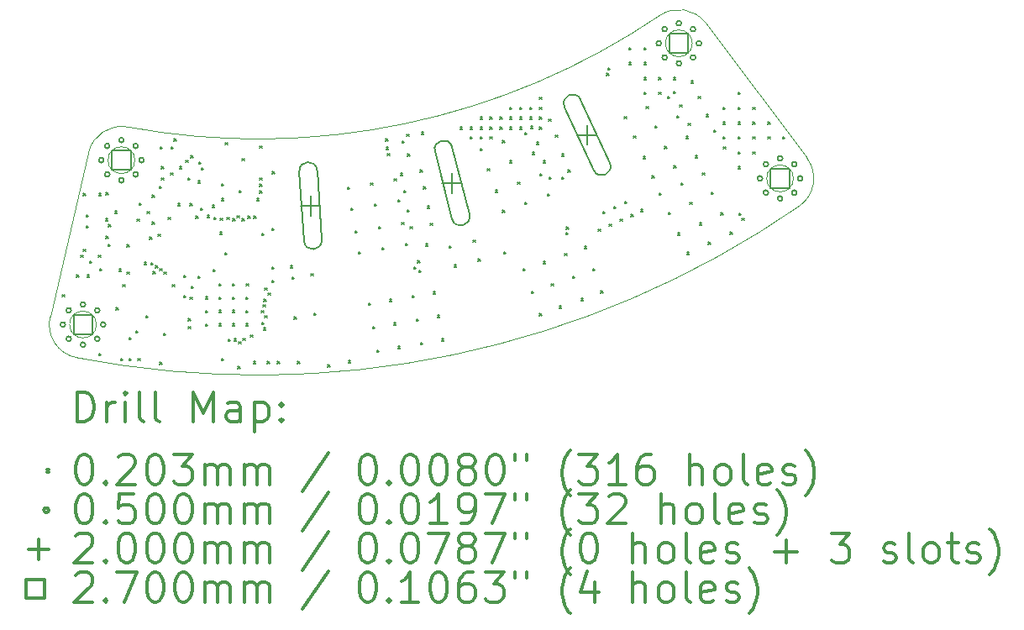
<source format=gbr>
%FSLAX45Y45*%
G04 Gerber Fmt 4.5, Leading zero omitted, Abs format (unit mm)*
G04 Created by KiCad (PCBNEW (5.1.10)-1) date 2022-10-21 14:01:52*
%MOMM*%
%LPD*%
G01*
G04 APERTURE LIST*
%TA.AperFunction,Profile*%
%ADD10C,0.100000*%
%TD*%
%ADD11C,0.200000*%
%ADD12C,0.300000*%
G04 APERTURE END LIST*
D10*
X14050847Y-5964456D02*
G75*
G02*
X8685717Y-7089200I-4050847J5964456D01*
G01*
X15534163Y-7403590D02*
X14513978Y-6041863D01*
X15534163Y-7403590D02*
G75*
G02*
X15455473Y-7887073I-272106J-203858D01*
G01*
X15455473Y-7887073D02*
G75*
G02*
X8171533Y-9414075I-5455473J7887073D01*
G01*
X8171533Y-9414075D02*
G75*
G02*
X7905287Y-9002904I64826J333763D01*
G01*
X8292668Y-7346095D02*
X7905287Y-9002904D01*
X8292668Y-7346095D02*
G75*
G02*
X8685717Y-7089200I331071J-77408D01*
G01*
X14050847Y-5964456D02*
G75*
G02*
X14513978Y-6041863I191025J-281264D01*
G01*
X14376871Y-6245721D02*
G75*
G03*
X14376871Y-6245721I-135000J0D01*
G01*
X15397057Y-7607448D02*
G75*
G03*
X15397057Y-7607448I-135000J0D01*
G01*
X8371358Y-9080312D02*
G75*
G03*
X8371358Y-9080312I-135000J0D01*
G01*
X8758739Y-7423504D02*
G75*
G03*
X8758739Y-7423504I-135000J0D01*
G01*
D11*
X8029840Y-8779840D02*
X8050160Y-8800160D01*
X8050160Y-8779840D02*
X8029840Y-8800160D01*
X8172340Y-8579840D02*
X8192660Y-8600160D01*
X8192660Y-8579840D02*
X8172340Y-8600160D01*
X8214840Y-8379840D02*
X8235160Y-8400160D01*
X8235160Y-8379840D02*
X8214840Y-8400160D01*
X8239840Y-7759840D02*
X8260160Y-7780160D01*
X8260160Y-7759840D02*
X8239840Y-7780160D01*
X8239840Y-8319840D02*
X8260160Y-8340160D01*
X8260160Y-8319840D02*
X8239840Y-8340160D01*
X8269840Y-7974840D02*
X8290160Y-7995160D01*
X8290160Y-7974840D02*
X8269840Y-7995160D01*
X8269840Y-8084840D02*
X8290160Y-8105160D01*
X8290160Y-8084840D02*
X8269840Y-8105160D01*
X8279840Y-8579840D02*
X8300160Y-8600160D01*
X8300160Y-8579840D02*
X8279840Y-8600160D01*
X8304840Y-8439840D02*
X8325160Y-8460160D01*
X8325160Y-8439840D02*
X8304840Y-8460160D01*
X8394840Y-8379840D02*
X8415160Y-8400160D01*
X8415160Y-8379840D02*
X8394840Y-8400160D01*
X8399840Y-7759840D02*
X8420160Y-7780160D01*
X8420160Y-7759840D02*
X8399840Y-7780160D01*
X8399840Y-9369840D02*
X8420160Y-9390160D01*
X8420160Y-9369840D02*
X8399840Y-9390160D01*
X8404840Y-8517340D02*
X8425160Y-8537660D01*
X8425160Y-8517340D02*
X8404840Y-8537660D01*
X8467340Y-8012340D02*
X8487660Y-8032660D01*
X8487660Y-8012340D02*
X8467340Y-8032660D01*
X8469840Y-7749840D02*
X8490160Y-7770160D01*
X8490160Y-7749840D02*
X8469840Y-7770160D01*
X8469840Y-8189840D02*
X8490160Y-8210160D01*
X8490160Y-8189840D02*
X8469840Y-8210160D01*
X8488590Y-8271090D02*
X8508910Y-8291410D01*
X8508910Y-8271090D02*
X8488590Y-8291410D01*
X8494840Y-8072340D02*
X8515160Y-8092660D01*
X8515160Y-8072340D02*
X8494840Y-8092660D01*
X8559840Y-7937340D02*
X8580160Y-7957660D01*
X8580160Y-7937340D02*
X8559840Y-7957660D01*
X8569840Y-8909840D02*
X8590160Y-8930160D01*
X8590160Y-8909840D02*
X8569840Y-8930160D01*
X8599840Y-8519840D02*
X8620160Y-8540160D01*
X8620160Y-8519840D02*
X8599840Y-8540160D01*
X8619840Y-9422340D02*
X8640160Y-9442660D01*
X8640160Y-9422340D02*
X8619840Y-9442660D01*
X8639840Y-8679840D02*
X8660160Y-8700160D01*
X8660160Y-8679840D02*
X8639840Y-8700160D01*
X8679840Y-8274840D02*
X8700160Y-8295160D01*
X8700160Y-8274840D02*
X8679840Y-8295160D01*
X8679840Y-8549840D02*
X8700160Y-8570160D01*
X8700160Y-8549840D02*
X8679840Y-8570160D01*
X8699840Y-9209840D02*
X8720160Y-9230160D01*
X8720160Y-9209840D02*
X8699840Y-9230160D01*
X8699840Y-9422340D02*
X8720160Y-9442660D01*
X8720160Y-9422340D02*
X8699840Y-9442660D01*
X8769840Y-9142340D02*
X8790160Y-9162660D01*
X8790160Y-9142340D02*
X8769840Y-9162660D01*
X8782340Y-8017340D02*
X8802660Y-8037660D01*
X8802660Y-8017340D02*
X8782340Y-8037660D01*
X8789840Y-9422340D02*
X8810160Y-9442660D01*
X8810160Y-9422340D02*
X8789840Y-9442660D01*
X8802340Y-7857340D02*
X8822660Y-7877660D01*
X8822660Y-7857340D02*
X8802340Y-7877660D01*
X8854840Y-8454840D02*
X8875160Y-8475160D01*
X8875160Y-8454840D02*
X8854840Y-8475160D01*
X8869840Y-8989840D02*
X8890160Y-9010160D01*
X8890160Y-8989840D02*
X8869840Y-9010160D01*
X8884840Y-7939840D02*
X8905160Y-7960160D01*
X8905160Y-7939840D02*
X8884840Y-7960160D01*
X8909840Y-8199840D02*
X8930160Y-8220160D01*
X8930160Y-8199840D02*
X8909840Y-8220160D01*
X8919840Y-8457340D02*
X8940160Y-8477660D01*
X8940160Y-8457340D02*
X8919840Y-8477660D01*
X8934840Y-7777340D02*
X8955160Y-7797660D01*
X8955160Y-7777340D02*
X8934840Y-7797660D01*
X8934840Y-8047340D02*
X8955160Y-8067660D01*
X8955160Y-8047340D02*
X8934840Y-8067660D01*
X8944840Y-8547340D02*
X8965160Y-8567660D01*
X8965160Y-8547340D02*
X8944840Y-8567660D01*
X8968046Y-8487675D02*
X8988366Y-8507995D01*
X8988366Y-8487675D02*
X8968046Y-8507995D01*
X8994840Y-8169840D02*
X9015160Y-8190160D01*
X9015160Y-8169840D02*
X8994840Y-8190160D01*
X9007340Y-7687340D02*
X9027660Y-7707660D01*
X9027660Y-7687340D02*
X9007340Y-7707660D01*
X9009840Y-9459840D02*
X9030160Y-9480160D01*
X9030160Y-9459840D02*
X9009840Y-9480160D01*
X9011600Y-8518685D02*
X9031920Y-8539005D01*
X9031920Y-8518685D02*
X9011600Y-8539005D01*
X9014840Y-7287340D02*
X9035160Y-7307660D01*
X9035160Y-7287340D02*
X9014840Y-7307660D01*
X9027340Y-7487340D02*
X9047660Y-7507660D01*
X9047660Y-7487340D02*
X9027340Y-7507660D01*
X9027340Y-7604840D02*
X9047660Y-7625160D01*
X9047660Y-7604840D02*
X9027340Y-7625160D01*
X9049840Y-9169840D02*
X9070160Y-9190160D01*
X9070160Y-9169840D02*
X9049840Y-9190160D01*
X9054378Y-8550549D02*
X9074698Y-8570869D01*
X9074698Y-8550549D02*
X9054378Y-8570869D01*
X9097340Y-8002340D02*
X9117660Y-8022660D01*
X9117660Y-8002340D02*
X9097340Y-8022660D01*
X9119840Y-7549840D02*
X9140160Y-7570160D01*
X9140160Y-7549840D02*
X9119840Y-7570160D01*
X9127340Y-7289840D02*
X9147660Y-7310160D01*
X9147660Y-7289840D02*
X9127340Y-7310160D01*
X9139840Y-8679840D02*
X9160160Y-8700160D01*
X9160160Y-8679840D02*
X9139840Y-8700160D01*
X9154840Y-7209840D02*
X9175160Y-7230160D01*
X9175160Y-7209840D02*
X9154840Y-7230160D01*
X9192340Y-7859840D02*
X9212660Y-7880160D01*
X9212660Y-7859840D02*
X9192340Y-7880160D01*
X9212340Y-7487340D02*
X9232660Y-7507660D01*
X9232660Y-7487340D02*
X9212340Y-7507660D01*
X9252340Y-8789840D02*
X9272660Y-8810160D01*
X9272660Y-8789840D02*
X9252340Y-8810160D01*
X9254840Y-8582340D02*
X9275160Y-8602660D01*
X9275160Y-8582340D02*
X9254840Y-8602660D01*
X9272340Y-7422340D02*
X9292660Y-7442660D01*
X9292660Y-7422340D02*
X9272340Y-7442660D01*
X9297340Y-7602340D02*
X9317660Y-7622660D01*
X9317660Y-7602340D02*
X9297340Y-7622660D01*
X9299840Y-9022340D02*
X9320160Y-9042660D01*
X9320160Y-9022340D02*
X9299840Y-9042660D01*
X9299840Y-9099840D02*
X9320160Y-9120160D01*
X9320160Y-9099840D02*
X9299840Y-9120160D01*
X9314840Y-7859840D02*
X9335160Y-7880160D01*
X9335160Y-7859840D02*
X9314840Y-7880160D01*
X9317340Y-8802340D02*
X9337660Y-8822660D01*
X9337660Y-8802340D02*
X9317340Y-8822660D01*
X9324840Y-7377340D02*
X9345160Y-7397660D01*
X9345160Y-7377340D02*
X9324840Y-7397660D01*
X9329250Y-8694840D02*
X9349570Y-8715160D01*
X9349570Y-8694840D02*
X9329250Y-8715160D01*
X9374840Y-7987340D02*
X9395160Y-8007660D01*
X9395160Y-7987340D02*
X9374840Y-8007660D01*
X9394840Y-7632340D02*
X9415160Y-7652660D01*
X9415160Y-7632340D02*
X9394840Y-7652660D01*
X9397340Y-8592340D02*
X9417660Y-8612660D01*
X9417660Y-8592340D02*
X9397340Y-8612660D01*
X9405944Y-7440944D02*
X9426264Y-7461264D01*
X9426264Y-7440944D02*
X9405944Y-7461264D01*
X9422340Y-7907340D02*
X9442660Y-7927660D01*
X9442660Y-7907340D02*
X9422340Y-7927660D01*
X9432340Y-7499840D02*
X9452660Y-7520160D01*
X9452660Y-7499840D02*
X9432340Y-7520160D01*
X9472340Y-8799840D02*
X9492660Y-8820160D01*
X9492660Y-8799840D02*
X9472340Y-8820160D01*
X9472340Y-8939840D02*
X9492660Y-8960160D01*
X9492660Y-8939840D02*
X9472340Y-8960160D01*
X9472340Y-9074840D02*
X9492660Y-9095160D01*
X9492660Y-9074840D02*
X9472340Y-9095160D01*
X9489378Y-7979377D02*
X9509698Y-7999697D01*
X9509698Y-7979377D02*
X9489378Y-7999697D01*
X9539840Y-7877340D02*
X9560160Y-7897660D01*
X9560160Y-7877340D02*
X9539840Y-7897660D01*
X9551089Y-8526089D02*
X9571409Y-8546409D01*
X9571409Y-8526089D02*
X9551089Y-8546409D01*
X9559840Y-8002340D02*
X9580160Y-8022660D01*
X9580160Y-8002340D02*
X9559840Y-8022660D01*
X9607340Y-8667340D02*
X9627660Y-8687660D01*
X9627660Y-8667340D02*
X9607340Y-8687660D01*
X9607340Y-8802340D02*
X9627660Y-8822660D01*
X9627660Y-8802340D02*
X9607340Y-8822660D01*
X9607340Y-8937340D02*
X9627660Y-8957660D01*
X9627660Y-8937340D02*
X9607340Y-8957660D01*
X9607340Y-9069840D02*
X9627660Y-9090160D01*
X9627660Y-9069840D02*
X9607340Y-9090160D01*
X9617340Y-8149840D02*
X9637660Y-8170160D01*
X9637660Y-8149840D02*
X9617340Y-8170160D01*
X9619840Y-8009840D02*
X9640160Y-8030160D01*
X9640160Y-8009840D02*
X9619840Y-8030160D01*
X9632340Y-7662340D02*
X9652660Y-7682660D01*
X9652660Y-7662340D02*
X9632340Y-7682660D01*
X9632340Y-7809840D02*
X9652660Y-7830160D01*
X9652660Y-7809840D02*
X9632340Y-7830160D01*
X9632340Y-9422340D02*
X9652660Y-9442660D01*
X9652660Y-9422340D02*
X9632340Y-9442660D01*
X9669840Y-8354840D02*
X9690160Y-8375160D01*
X9690160Y-8354840D02*
X9669840Y-8375160D01*
X9672340Y-7244840D02*
X9692660Y-7265160D01*
X9692660Y-7244840D02*
X9672340Y-7265160D01*
X9689840Y-7999840D02*
X9710160Y-8020160D01*
X9710160Y-7999840D02*
X9689840Y-8020160D01*
X9699840Y-9227340D02*
X9720160Y-9247660D01*
X9720160Y-9227340D02*
X9699840Y-9247660D01*
X9742340Y-8937340D02*
X9762660Y-8957660D01*
X9762660Y-8937340D02*
X9742340Y-8957660D01*
X9744840Y-8667340D02*
X9765160Y-8687660D01*
X9765160Y-8667340D02*
X9744840Y-8687660D01*
X9744840Y-8802340D02*
X9765160Y-8822660D01*
X9765160Y-8802340D02*
X9744840Y-8822660D01*
X9744840Y-9072340D02*
X9765160Y-9092660D01*
X9765160Y-9072340D02*
X9744840Y-9092660D01*
X9746380Y-8013583D02*
X9766700Y-8033903D01*
X9766700Y-8013583D02*
X9746380Y-8033903D01*
X9759180Y-9222340D02*
X9779500Y-9242660D01*
X9779500Y-9222340D02*
X9759180Y-9242660D01*
X9791230Y-7984707D02*
X9811550Y-8005027D01*
X9811550Y-7984707D02*
X9791230Y-8005027D01*
X9799840Y-9504840D02*
X9820160Y-9525160D01*
X9820160Y-9504840D02*
X9799840Y-9525160D01*
X9808181Y-9254840D02*
X9828501Y-9275160D01*
X9828501Y-9254840D02*
X9808181Y-9275160D01*
X9809840Y-7729840D02*
X9830160Y-7750160D01*
X9830160Y-7729840D02*
X9809840Y-7750160D01*
X9839840Y-7409840D02*
X9860160Y-7430160D01*
X9860160Y-7409840D02*
X9839840Y-7430160D01*
X9839840Y-8012340D02*
X9860160Y-8032660D01*
X9860160Y-8012340D02*
X9839840Y-8032660D01*
X9849840Y-9217340D02*
X9870160Y-9237660D01*
X9870160Y-9217340D02*
X9849840Y-9237660D01*
X9879840Y-8802340D02*
X9900160Y-8822660D01*
X9900160Y-8802340D02*
X9879840Y-8822660D01*
X9879840Y-8939840D02*
X9900160Y-8960160D01*
X9900160Y-8939840D02*
X9879840Y-8960160D01*
X9879840Y-9072340D02*
X9900160Y-9092660D01*
X9900160Y-9072340D02*
X9879840Y-9092660D01*
X9882340Y-8669840D02*
X9902660Y-8690160D01*
X9902660Y-8669840D02*
X9882340Y-8690160D01*
X9899840Y-7987340D02*
X9920160Y-8007660D01*
X9920160Y-7987340D02*
X9899840Y-8007660D01*
X9924840Y-9186476D02*
X9945160Y-9206796D01*
X9945160Y-9186476D02*
X9924840Y-9206796D01*
X9957340Y-9453180D02*
X9977660Y-9473500D01*
X9977660Y-9453180D02*
X9957340Y-9473500D01*
X9959840Y-7987340D02*
X9980160Y-8007660D01*
X9980160Y-7987340D02*
X9959840Y-8007660D01*
X9987340Y-7809840D02*
X10007660Y-7830160D01*
X10007660Y-7809840D02*
X9987340Y-7830160D01*
X10017340Y-7667340D02*
X10037660Y-7687660D01*
X10037660Y-7667340D02*
X10017340Y-7687660D01*
X10017340Y-7732340D02*
X10037660Y-7752660D01*
X10037660Y-7732340D02*
X10017340Y-7752660D01*
X10019840Y-7282340D02*
X10040160Y-7302660D01*
X10040160Y-7282340D02*
X10019840Y-7302660D01*
X10019840Y-7602340D02*
X10040160Y-7622660D01*
X10040160Y-7602340D02*
X10019840Y-7622660D01*
X10034840Y-8942340D02*
X10055160Y-8962660D01*
X10055160Y-8942340D02*
X10034840Y-8962660D01*
X10039840Y-8159840D02*
X10060160Y-8180160D01*
X10060160Y-8159840D02*
X10039840Y-8180160D01*
X10039840Y-9057340D02*
X10060160Y-9077660D01*
X10060160Y-9057340D02*
X10039840Y-9077660D01*
X10052340Y-8882340D02*
X10072660Y-8902660D01*
X10072660Y-8882340D02*
X10052340Y-8902660D01*
X10054840Y-9112340D02*
X10075160Y-9132660D01*
X10075160Y-9112340D02*
X10054840Y-9132660D01*
X10059840Y-8824840D02*
X10080160Y-8845160D01*
X10080160Y-8824840D02*
X10059840Y-8845160D01*
X10069840Y-8712340D02*
X10090160Y-8732660D01*
X10090160Y-8712340D02*
X10069840Y-8732660D01*
X10069840Y-8992340D02*
X10090160Y-9012660D01*
X10090160Y-8992340D02*
X10069840Y-9012660D01*
X10094840Y-9453180D02*
X10115160Y-9473500D01*
X10115160Y-9453180D02*
X10094840Y-9473500D01*
X10102340Y-8762340D02*
X10122660Y-8782660D01*
X10122660Y-8762340D02*
X10102340Y-8782660D01*
X10139840Y-8109840D02*
X10160160Y-8130160D01*
X10160160Y-8109840D02*
X10139840Y-8130160D01*
X10142340Y-8499840D02*
X10162660Y-8520160D01*
X10162660Y-8499840D02*
X10142340Y-8520160D01*
X10142340Y-8634840D02*
X10162660Y-8655160D01*
X10162660Y-8634840D02*
X10142340Y-8655160D01*
X10147340Y-7539840D02*
X10167660Y-7560160D01*
X10167660Y-7539840D02*
X10147340Y-7560160D01*
X10197340Y-9453180D02*
X10217660Y-9473500D01*
X10217660Y-9453180D02*
X10197340Y-9473500D01*
X10329840Y-8487340D02*
X10350160Y-8507660D01*
X10350160Y-8487340D02*
X10329840Y-8507660D01*
X10344840Y-8599840D02*
X10365160Y-8620160D01*
X10365160Y-8599840D02*
X10344840Y-8620160D01*
X10364840Y-9002340D02*
X10385160Y-9022660D01*
X10385160Y-9002340D02*
X10364840Y-9022660D01*
X10399840Y-9453180D02*
X10420160Y-9473500D01*
X10420160Y-9453180D02*
X10399840Y-9473500D01*
X10534840Y-8569840D02*
X10555160Y-8590160D01*
X10555160Y-8569840D02*
X10534840Y-8590160D01*
X10562340Y-8964840D02*
X10582660Y-8985160D01*
X10582660Y-8964840D02*
X10562340Y-8985160D01*
X10704840Y-9487340D02*
X10725160Y-9507660D01*
X10725160Y-9487340D02*
X10704840Y-9507660D01*
X10901106Y-7695661D02*
X10921426Y-7715981D01*
X10921426Y-7695661D02*
X10901106Y-7715981D01*
X10909840Y-9442340D02*
X10930160Y-9462660D01*
X10930160Y-9442340D02*
X10909840Y-9462660D01*
X10938441Y-7907394D02*
X10958761Y-7927714D01*
X10958761Y-7907394D02*
X10938441Y-7927714D01*
X10978380Y-8133900D02*
X10998700Y-8154220D01*
X10998700Y-8133900D02*
X10978380Y-8154220D01*
X11015714Y-8345634D02*
X11036034Y-8365954D01*
X11036034Y-8345634D02*
X11015714Y-8365954D01*
X11116202Y-8864651D02*
X11136522Y-8884971D01*
X11136522Y-8864651D02*
X11116202Y-8884971D01*
X11137460Y-7653985D02*
X11157780Y-7674305D01*
X11157780Y-7653985D02*
X11137460Y-7674305D01*
X11157877Y-9101005D02*
X11178197Y-9121325D01*
X11178197Y-9101005D02*
X11157877Y-9121325D01*
X11174795Y-7865719D02*
X11195114Y-7886039D01*
X11195114Y-7865719D02*
X11174795Y-7886039D01*
X11199553Y-9337358D02*
X11219873Y-9357678D01*
X11219873Y-9337358D02*
X11199553Y-9357678D01*
X11214734Y-8092225D02*
X11235054Y-8112545D01*
X11235054Y-8092225D02*
X11214734Y-8112545D01*
X11252068Y-8303958D02*
X11272388Y-8324278D01*
X11272388Y-8303958D02*
X11252068Y-8324278D01*
X11287340Y-7209840D02*
X11307660Y-7230160D01*
X11307660Y-7209840D02*
X11287340Y-7230160D01*
X11292340Y-7294840D02*
X11312660Y-7315160D01*
X11312660Y-7294840D02*
X11292340Y-7315160D01*
X11304928Y-7357981D02*
X11325248Y-7378301D01*
X11325248Y-7357981D02*
X11304928Y-7378301D01*
X11327935Y-8827316D02*
X11348255Y-8847636D01*
X11348255Y-8827316D02*
X11327935Y-8847636D01*
X11369611Y-9063670D02*
X11389931Y-9083990D01*
X11389931Y-9063670D02*
X11369611Y-9083990D01*
X11373814Y-7612310D02*
X11394134Y-7632630D01*
X11394134Y-7612310D02*
X11373814Y-7632630D01*
X11411148Y-7824043D02*
X11431468Y-7844363D01*
X11431468Y-7824043D02*
X11411148Y-7844363D01*
X11411286Y-9300024D02*
X11431606Y-9320344D01*
X11431606Y-9300024D02*
X11411286Y-9320344D01*
X11437340Y-7557340D02*
X11457660Y-7577660D01*
X11457660Y-7557340D02*
X11437340Y-7577660D01*
X11451087Y-8050549D02*
X11471407Y-8070869D01*
X11471407Y-8050549D02*
X11451087Y-8070869D01*
X11452340Y-7229840D02*
X11472660Y-7250160D01*
X11472660Y-7229840D02*
X11452340Y-7250160D01*
X11469840Y-7727340D02*
X11490160Y-7747660D01*
X11490160Y-7727340D02*
X11469840Y-7747660D01*
X11488422Y-8262283D02*
X11508742Y-8282603D01*
X11508742Y-8262283D02*
X11488422Y-8282603D01*
X11499840Y-7159840D02*
X11520160Y-7180160D01*
X11520160Y-7159840D02*
X11499840Y-7180160D01*
X11504840Y-7924840D02*
X11525160Y-7945160D01*
X11525160Y-7924840D02*
X11504840Y-7945160D01*
X11509840Y-7359840D02*
X11530160Y-7380160D01*
X11530160Y-7359840D02*
X11509840Y-7380160D01*
X11534840Y-8094840D02*
X11555160Y-8115160D01*
X11555160Y-8094840D02*
X11534840Y-8115160D01*
X11554441Y-8787377D02*
X11574761Y-8807697D01*
X11574761Y-8787377D02*
X11554441Y-8807697D01*
X11574840Y-8502340D02*
X11595160Y-8522660D01*
X11595160Y-8502340D02*
X11574840Y-8522660D01*
X11596116Y-9023731D02*
X11616436Y-9044051D01*
X11616436Y-9023731D02*
X11596116Y-9044051D01*
X11609840Y-8437340D02*
X11630160Y-8457660D01*
X11630160Y-8437340D02*
X11609840Y-8457660D01*
X11622340Y-8532340D02*
X11642660Y-8552660D01*
X11642660Y-8532340D02*
X11622340Y-8552660D01*
X11634840Y-7522340D02*
X11655160Y-7542660D01*
X11655160Y-7522340D02*
X11634840Y-7542660D01*
X11637792Y-9260085D02*
X11658112Y-9280405D01*
X11658112Y-9260085D02*
X11637792Y-9280405D01*
X11649840Y-7139840D02*
X11670160Y-7160160D01*
X11670160Y-7139840D02*
X11649840Y-7160160D01*
X11669840Y-7692340D02*
X11690160Y-7712660D01*
X11690160Y-7692340D02*
X11669840Y-7712660D01*
X11689840Y-8267340D02*
X11710160Y-8287660D01*
X11710160Y-8267340D02*
X11689840Y-8287660D01*
X11707340Y-7887340D02*
X11727660Y-7907660D01*
X11727660Y-7887340D02*
X11707340Y-7907660D01*
X11737340Y-8059840D02*
X11757660Y-8080160D01*
X11757660Y-8059840D02*
X11737340Y-8080160D01*
X11766175Y-8750043D02*
X11786495Y-8770363D01*
X11786495Y-8750043D02*
X11766175Y-8770363D01*
X11807850Y-8986397D02*
X11828170Y-9006717D01*
X11828170Y-8986397D02*
X11807850Y-9006717D01*
X11849526Y-9222751D02*
X11869846Y-9243071D01*
X11869846Y-9222751D02*
X11849526Y-9243071D01*
X11929840Y-8289840D02*
X11950160Y-8310160D01*
X11950160Y-8289840D02*
X11929840Y-8310160D01*
X11979840Y-8479840D02*
X12000160Y-8500160D01*
X12000160Y-8479840D02*
X11979840Y-8500160D01*
X12039840Y-7089840D02*
X12060160Y-7110160D01*
X12060160Y-7089840D02*
X12039840Y-7110160D01*
X12139840Y-7089840D02*
X12160160Y-7110160D01*
X12160160Y-7089840D02*
X12139840Y-7110160D01*
X12139840Y-7189840D02*
X12160160Y-7210160D01*
X12160160Y-7189840D02*
X12139840Y-7210160D01*
X12169840Y-8229840D02*
X12190160Y-8250160D01*
X12190160Y-8229840D02*
X12169840Y-8250160D01*
X12219840Y-8419840D02*
X12240160Y-8440160D01*
X12240160Y-8419840D02*
X12219840Y-8440160D01*
X12239840Y-6989840D02*
X12260160Y-7010160D01*
X12260160Y-6989840D02*
X12239840Y-7010160D01*
X12239840Y-7089840D02*
X12260160Y-7110160D01*
X12260160Y-7089840D02*
X12239840Y-7110160D01*
X12239840Y-7189840D02*
X12260160Y-7210160D01*
X12260160Y-7189840D02*
X12239840Y-7210160D01*
X12240970Y-7307478D02*
X12261290Y-7327798D01*
X12261290Y-7307478D02*
X12240970Y-7327798D01*
X12314504Y-7509512D02*
X12334824Y-7529832D01*
X12334824Y-7509512D02*
X12314504Y-7529832D01*
X12339840Y-6989840D02*
X12360160Y-7010160D01*
X12360160Y-6989840D02*
X12339840Y-7010160D01*
X12339840Y-7089840D02*
X12360160Y-7110160D01*
X12360160Y-7089840D02*
X12339840Y-7110160D01*
X12339840Y-7189840D02*
X12360160Y-7210160D01*
X12360160Y-7189840D02*
X12339840Y-7210160D01*
X12393169Y-7725641D02*
X12413489Y-7745961D01*
X12413489Y-7725641D02*
X12393169Y-7745961D01*
X12439840Y-6989840D02*
X12460160Y-7010160D01*
X12460160Y-6989840D02*
X12439840Y-7010160D01*
X12439840Y-7089840D02*
X12460160Y-7110160D01*
X12460160Y-7089840D02*
X12439840Y-7110160D01*
X12466496Y-7225393D02*
X12486816Y-7245713D01*
X12486816Y-7225393D02*
X12466496Y-7245713D01*
X12466703Y-7927675D02*
X12487023Y-7947995D01*
X12487023Y-7927675D02*
X12466703Y-7947995D01*
X12479840Y-8349840D02*
X12500160Y-8370160D01*
X12500160Y-8349840D02*
X12479840Y-8370160D01*
X12539840Y-6889840D02*
X12560160Y-6910160D01*
X12560160Y-6889840D02*
X12539840Y-6910160D01*
X12539840Y-6989840D02*
X12560160Y-7010160D01*
X12560160Y-6989840D02*
X12539840Y-7010160D01*
X12539840Y-7089840D02*
X12560160Y-7110160D01*
X12560160Y-7089840D02*
X12539840Y-7110160D01*
X12540031Y-7427427D02*
X12560351Y-7447747D01*
X12560351Y-7427427D02*
X12540031Y-7447747D01*
X12618695Y-7643556D02*
X12639015Y-7663876D01*
X12639015Y-7643556D02*
X12618695Y-7663876D01*
X12639840Y-6889840D02*
X12660160Y-6910160D01*
X12660160Y-6889840D02*
X12639840Y-6910160D01*
X12639840Y-6989840D02*
X12660160Y-7010160D01*
X12660160Y-6989840D02*
X12639840Y-7010160D01*
X12639840Y-7089840D02*
X12660160Y-7110160D01*
X12660160Y-7089840D02*
X12639840Y-7110160D01*
X12673308Y-8517657D02*
X12693628Y-8537977D01*
X12693628Y-8517657D02*
X12673308Y-8537977D01*
X12692023Y-7143308D02*
X12712343Y-7163628D01*
X12712343Y-7143308D02*
X12692023Y-7163628D01*
X12692230Y-7845590D02*
X12712550Y-7865910D01*
X12712550Y-7845590D02*
X12692230Y-7865910D01*
X12739840Y-6889840D02*
X12760160Y-6910160D01*
X12760160Y-6889840D02*
X12739840Y-6910160D01*
X12739840Y-6989840D02*
X12760160Y-7010160D01*
X12760160Y-6989840D02*
X12739840Y-7010160D01*
X12747340Y-7082340D02*
X12767660Y-7102660D01*
X12767660Y-7082340D02*
X12747340Y-7102660D01*
X12755393Y-8743184D02*
X12775713Y-8763504D01*
X12775713Y-8743184D02*
X12755393Y-8763504D01*
X12765557Y-7345342D02*
X12785877Y-7365662D01*
X12785877Y-7345342D02*
X12765557Y-7365662D01*
X12807340Y-7242340D02*
X12827660Y-7262660D01*
X12827660Y-7242340D02*
X12807340Y-7262660D01*
X12837478Y-8968710D02*
X12857798Y-8989030D01*
X12857798Y-8968710D02*
X12837478Y-8989030D01*
X12839840Y-6789840D02*
X12860160Y-6810160D01*
X12860160Y-6789840D02*
X12839840Y-6810160D01*
X12839840Y-6889840D02*
X12860160Y-6910160D01*
X12860160Y-6889840D02*
X12839840Y-6910160D01*
X12839840Y-6989840D02*
X12860160Y-7010160D01*
X12860160Y-6989840D02*
X12839840Y-7010160D01*
X12839840Y-7089840D02*
X12860160Y-7110160D01*
X12860160Y-7089840D02*
X12839840Y-7110160D01*
X12844222Y-7561471D02*
X12864542Y-7581791D01*
X12864542Y-7561471D02*
X12844222Y-7581791D01*
X12874840Y-7427340D02*
X12895160Y-7447660D01*
X12895160Y-7427340D02*
X12874840Y-7447660D01*
X12875342Y-8444123D02*
X12895662Y-8464443D01*
X12895662Y-8444123D02*
X12875342Y-8464443D01*
X12917756Y-7763505D02*
X12938076Y-7783825D01*
X12938076Y-7763505D02*
X12917756Y-7783825D01*
X12932340Y-7012340D02*
X12952660Y-7032660D01*
X12952660Y-7012340D02*
X12932340Y-7032660D01*
X12934840Y-7592340D02*
X12955160Y-7612660D01*
X12955160Y-7592340D02*
X12934840Y-7612660D01*
X12957427Y-8669649D02*
X12977747Y-8689969D01*
X12977747Y-8669649D02*
X12957427Y-8689969D01*
X12997340Y-7169840D02*
X13017660Y-7190160D01*
X13017660Y-7169840D02*
X12997340Y-7190160D01*
X13039512Y-8895176D02*
X13059832Y-8915496D01*
X13059832Y-8895176D02*
X13039512Y-8915496D01*
X13064840Y-7359840D02*
X13085160Y-7380160D01*
X13085160Y-7359840D02*
X13064840Y-7380160D01*
X13064840Y-7594840D02*
X13085160Y-7615160D01*
X13085160Y-7594840D02*
X13064840Y-7615160D01*
X13091471Y-8365458D02*
X13111791Y-8385778D01*
X13111791Y-8365458D02*
X13091471Y-8385778D01*
X13104840Y-8154840D02*
X13125160Y-8175160D01*
X13125160Y-8154840D02*
X13104840Y-8175160D01*
X13109840Y-8097340D02*
X13130160Y-8117660D01*
X13130160Y-8097340D02*
X13109840Y-8117660D01*
X13127340Y-7522340D02*
X13147660Y-7542660D01*
X13147660Y-7522340D02*
X13127340Y-7542660D01*
X13173556Y-8590985D02*
X13193876Y-8611305D01*
X13193876Y-8590985D02*
X13173556Y-8611305D01*
X13255641Y-8816511D02*
X13275961Y-8836831D01*
X13275961Y-8816511D02*
X13255641Y-8836831D01*
X13293505Y-8291924D02*
X13313825Y-8312244D01*
X13313825Y-8291924D02*
X13293505Y-8312244D01*
X13375590Y-8517450D02*
X13395910Y-8537770D01*
X13395910Y-8517450D02*
X13375590Y-8537770D01*
X13429840Y-8119840D02*
X13450160Y-8140160D01*
X13450160Y-8119840D02*
X13429840Y-8140160D01*
X13457675Y-8742977D02*
X13477995Y-8763297D01*
X13477995Y-8742977D02*
X13457675Y-8763297D01*
X13479840Y-7939840D02*
X13500160Y-7960160D01*
X13500160Y-7939840D02*
X13479840Y-7960160D01*
X13514840Y-6547340D02*
X13535160Y-6567660D01*
X13535160Y-6547340D02*
X13514840Y-6567660D01*
X13529840Y-6494839D02*
X13550160Y-6515159D01*
X13550160Y-6494839D02*
X13529840Y-6515159D01*
X13539840Y-8069840D02*
X13560160Y-8090160D01*
X13560160Y-8069840D02*
X13539840Y-8090160D01*
X13589840Y-7889840D02*
X13610160Y-7910160D01*
X13610160Y-7889840D02*
X13589840Y-7910160D01*
X13649840Y-8019840D02*
X13670160Y-8040160D01*
X13670160Y-8019840D02*
X13649840Y-8040160D01*
X13694889Y-6983883D02*
X13715209Y-7004203D01*
X13715209Y-6983883D02*
X13694889Y-7004203D01*
X13699840Y-7839840D02*
X13720160Y-7860160D01*
X13720160Y-7839840D02*
X13699840Y-7860160D01*
X13739840Y-6289840D02*
X13760160Y-6310160D01*
X13760160Y-6289840D02*
X13739840Y-6310160D01*
X13739840Y-6439840D02*
X13760160Y-6460160D01*
X13760160Y-6439840D02*
X13739840Y-6460160D01*
X13759840Y-7969840D02*
X13780160Y-7990160D01*
X13780160Y-7969840D02*
X13759840Y-7990160D01*
X13785752Y-7178739D02*
X13806072Y-7199059D01*
X13806072Y-7178739D02*
X13785752Y-7199059D01*
X13859840Y-7919840D02*
X13880160Y-7940160D01*
X13880160Y-7919840D02*
X13859840Y-7940160D01*
X13882954Y-7387190D02*
X13903274Y-7407510D01*
X13903274Y-7387190D02*
X13882954Y-7407510D01*
X13889840Y-6289840D02*
X13910160Y-6310160D01*
X13910160Y-6289840D02*
X13889840Y-6310160D01*
X13889840Y-6439840D02*
X13910160Y-6460160D01*
X13910160Y-6439840D02*
X13889840Y-6460160D01*
X13889840Y-6589840D02*
X13910160Y-6610160D01*
X13910160Y-6589840D02*
X13889840Y-6610160D01*
X13889840Y-6739840D02*
X13910160Y-6760160D01*
X13910160Y-6739840D02*
X13889840Y-6760160D01*
X13912403Y-6882455D02*
X13932723Y-6902775D01*
X13932723Y-6882455D02*
X13912403Y-6902775D01*
X13973817Y-7582046D02*
X13994137Y-7602366D01*
X13994137Y-7582046D02*
X13973817Y-7602366D01*
X14003266Y-7077311D02*
X14023586Y-7097631D01*
X14023586Y-7077311D02*
X14003266Y-7097631D01*
X14039840Y-6589840D02*
X14060160Y-6610160D01*
X14060160Y-6589840D02*
X14039840Y-6610160D01*
X14039840Y-6739840D02*
X14060160Y-6760160D01*
X14060160Y-6739840D02*
X14039840Y-6760160D01*
X14044889Y-7753883D02*
X14065209Y-7774203D01*
X14065209Y-7753883D02*
X14044889Y-7774203D01*
X14100468Y-7285762D02*
X14120788Y-7306082D01*
X14120788Y-7285762D02*
X14100468Y-7306082D01*
X14129917Y-6781026D02*
X14150237Y-6801346D01*
X14150237Y-6781026D02*
X14129917Y-6801346D01*
X14135752Y-7948739D02*
X14156072Y-7969059D01*
X14156072Y-7948739D02*
X14135752Y-7969059D01*
X14189840Y-6589840D02*
X14210160Y-6610160D01*
X14210160Y-6589840D02*
X14189840Y-6610160D01*
X14189840Y-6732340D02*
X14210160Y-6752660D01*
X14210160Y-6732340D02*
X14189840Y-6752660D01*
X14191331Y-7480618D02*
X14211651Y-7500938D01*
X14211651Y-7480618D02*
X14191331Y-7500938D01*
X14220780Y-6975883D02*
X14241100Y-6996203D01*
X14241100Y-6975883D02*
X14220780Y-6996203D01*
X14232954Y-8157190D02*
X14253274Y-8177510D01*
X14253274Y-8157190D02*
X14232954Y-8177510D01*
X14252340Y-6867340D02*
X14272660Y-6887660D01*
X14272660Y-6867340D02*
X14252340Y-6887660D01*
X14262403Y-7652455D02*
X14282723Y-7672775D01*
X14282723Y-7652455D02*
X14262403Y-7672775D01*
X14317982Y-7184333D02*
X14338302Y-7204653D01*
X14338302Y-7184333D02*
X14317982Y-7204653D01*
X14323817Y-8352046D02*
X14344137Y-8372366D01*
X14344137Y-8352046D02*
X14323817Y-8372366D01*
X14337340Y-7049840D02*
X14357660Y-7070160D01*
X14357660Y-7049840D02*
X14337340Y-7070160D01*
X14353266Y-7847311D02*
X14373586Y-7867631D01*
X14373586Y-7847311D02*
X14353266Y-7867631D01*
X14367340Y-6624840D02*
X14387660Y-6645160D01*
X14387660Y-6624840D02*
X14367340Y-6645160D01*
X14408845Y-7379190D02*
X14429165Y-7399510D01*
X14429165Y-7379190D02*
X14408845Y-7399510D01*
X14437340Y-6779840D02*
X14457660Y-6800160D01*
X14457660Y-6779840D02*
X14437340Y-6800160D01*
X14450468Y-8055762D02*
X14470788Y-8076082D01*
X14470788Y-8055762D02*
X14450468Y-8076082D01*
X14479917Y-7551026D02*
X14500237Y-7571346D01*
X14500237Y-7551026D02*
X14479917Y-7571346D01*
X14519840Y-6962340D02*
X14540160Y-6982660D01*
X14540160Y-6962340D02*
X14519840Y-6982660D01*
X14541331Y-8250618D02*
X14561651Y-8270938D01*
X14561651Y-8250618D02*
X14541331Y-8270938D01*
X14570780Y-7745883D02*
X14591100Y-7766203D01*
X14591100Y-7745883D02*
X14570780Y-7766203D01*
X14594840Y-7119840D02*
X14615160Y-7140160D01*
X14615160Y-7119840D02*
X14594840Y-7140160D01*
X14667982Y-7954333D02*
X14688302Y-7974653D01*
X14688302Y-7954333D02*
X14667982Y-7974653D01*
X14689840Y-6889840D02*
X14710160Y-6910160D01*
X14710160Y-6889840D02*
X14689840Y-6910160D01*
X14689840Y-7039840D02*
X14710160Y-7060160D01*
X14710160Y-7039840D02*
X14689840Y-7060160D01*
X14689840Y-7189840D02*
X14710160Y-7210160D01*
X14710160Y-7189840D02*
X14689840Y-7210160D01*
X14692340Y-7289840D02*
X14712660Y-7310160D01*
X14712660Y-7289840D02*
X14692340Y-7310160D01*
X14758845Y-8149190D02*
X14779165Y-8169510D01*
X14779165Y-8149190D02*
X14758845Y-8169510D01*
X14839840Y-6739840D02*
X14860160Y-6760160D01*
X14860160Y-6739840D02*
X14839840Y-6760160D01*
X14839840Y-6889840D02*
X14860160Y-6910160D01*
X14860160Y-6889840D02*
X14839840Y-6910160D01*
X14839840Y-7039840D02*
X14860160Y-7060160D01*
X14860160Y-7039840D02*
X14839840Y-7060160D01*
X14839840Y-7189840D02*
X14860160Y-7210160D01*
X14860160Y-7189840D02*
X14839840Y-7210160D01*
X14839840Y-7339840D02*
X14860160Y-7360160D01*
X14860160Y-7339840D02*
X14839840Y-7360160D01*
X14839840Y-7489840D02*
X14860160Y-7510160D01*
X14860160Y-7489840D02*
X14839840Y-7510160D01*
X14847340Y-7959840D02*
X14867660Y-7980160D01*
X14867660Y-7959840D02*
X14847340Y-7980160D01*
X14877340Y-8007340D02*
X14897660Y-8027660D01*
X14897660Y-8007340D02*
X14877340Y-8027660D01*
X14989840Y-6889840D02*
X15010160Y-6910160D01*
X15010160Y-6889840D02*
X14989840Y-6910160D01*
X14989840Y-7039840D02*
X15010160Y-7060160D01*
X15010160Y-7039840D02*
X14989840Y-7060160D01*
X14989840Y-7189840D02*
X15010160Y-7210160D01*
X15010160Y-7189840D02*
X14989840Y-7210160D01*
X14989840Y-7339840D02*
X15010160Y-7360160D01*
X15010160Y-7339840D02*
X14989840Y-7360160D01*
X15139840Y-7039840D02*
X15160160Y-7060160D01*
X15160160Y-7039840D02*
X15139840Y-7060160D01*
X15139840Y-7189840D02*
X15160160Y-7210160D01*
X15160160Y-7189840D02*
X15139840Y-7210160D01*
X15289840Y-7189840D02*
X15310160Y-7210160D01*
X15310160Y-7189840D02*
X15289840Y-7210160D01*
X8058858Y-9080312D02*
G75*
G03*
X8058858Y-9080312I-25000J0D01*
G01*
X8118169Y-8937123D02*
G75*
G03*
X8118169Y-8937123I-25000J0D01*
G01*
X8118169Y-9223501D02*
G75*
G03*
X8118169Y-9223501I-25000J0D01*
G01*
X8261358Y-8877812D02*
G75*
G03*
X8261358Y-8877812I-25000J0D01*
G01*
X8261358Y-9282812D02*
G75*
G03*
X8261358Y-9282812I-25000J0D01*
G01*
X8404548Y-8937123D02*
G75*
G03*
X8404548Y-8937123I-25000J0D01*
G01*
X8404548Y-9223501D02*
G75*
G03*
X8404548Y-9223501I-25000J0D01*
G01*
X8446239Y-7423504D02*
G75*
G03*
X8446239Y-7423504I-25000J0D01*
G01*
X8463858Y-9080312D02*
G75*
G03*
X8463858Y-9080312I-25000J0D01*
G01*
X8505550Y-7280314D02*
G75*
G03*
X8505550Y-7280314I-25000J0D01*
G01*
X8505550Y-7566693D02*
G75*
G03*
X8505550Y-7566693I-25000J0D01*
G01*
X8648739Y-7221004D02*
G75*
G03*
X8648739Y-7221004I-25000J0D01*
G01*
X8648739Y-7626004D02*
G75*
G03*
X8648739Y-7626004I-25000J0D01*
G01*
X8791928Y-7280314D02*
G75*
G03*
X8791928Y-7280314I-25000J0D01*
G01*
X8791928Y-7566693D02*
G75*
G03*
X8791928Y-7566693I-25000J0D01*
G01*
X8851239Y-7423504D02*
G75*
G03*
X8851239Y-7423504I-25000J0D01*
G01*
X14064371Y-6245721D02*
G75*
G03*
X14064371Y-6245721I-25000J0D01*
G01*
X14123682Y-6102532D02*
G75*
G03*
X14123682Y-6102532I-25000J0D01*
G01*
X14123682Y-6388910D02*
G75*
G03*
X14123682Y-6388910I-25000J0D01*
G01*
X14266871Y-6043221D02*
G75*
G03*
X14266871Y-6043221I-25000J0D01*
G01*
X14266871Y-6448221D02*
G75*
G03*
X14266871Y-6448221I-25000J0D01*
G01*
X14410060Y-6102532D02*
G75*
G03*
X14410060Y-6102532I-25000J0D01*
G01*
X14410060Y-6388910D02*
G75*
G03*
X14410060Y-6388910I-25000J0D01*
G01*
X14469371Y-6245721D02*
G75*
G03*
X14469371Y-6245721I-25000J0D01*
G01*
X15084557Y-7607448D02*
G75*
G03*
X15084557Y-7607448I-25000J0D01*
G01*
X15143867Y-7464258D02*
G75*
G03*
X15143867Y-7464258I-25000J0D01*
G01*
X15143867Y-7750637D02*
G75*
G03*
X15143867Y-7750637I-25000J0D01*
G01*
X15287057Y-7404948D02*
G75*
G03*
X15287057Y-7404948I-25000J0D01*
G01*
X15287057Y-7809948D02*
G75*
G03*
X15287057Y-7809948I-25000J0D01*
G01*
X15430246Y-7464258D02*
G75*
G03*
X15430246Y-7464258I-25000J0D01*
G01*
X15430246Y-7750637D02*
G75*
G03*
X15430246Y-7750637I-25000J0D01*
G01*
X15489557Y-7607448D02*
G75*
G03*
X15489557Y-7607448I-25000J0D01*
G01*
X10529904Y-7782208D02*
X10529904Y-7982208D01*
X10429904Y-7882208D02*
X10629904Y-7882208D01*
X10416906Y-7538942D02*
X10463297Y-8237403D01*
X10596510Y-7527013D02*
X10642902Y-8225474D01*
X10463297Y-8237403D02*
G75*
G03*
X10642902Y-8225474I89802J5965D01*
G01*
X10596510Y-7527013D02*
G75*
G03*
X10416906Y-7538942I-89802J-5965D01*
G01*
X11956839Y-7553808D02*
X11956839Y-7753808D01*
X11856839Y-7653808D02*
X12056839Y-7653808D01*
X11783178Y-7336883D02*
X11956077Y-8015194D01*
X11957601Y-7292423D02*
X12130500Y-7970734D01*
X11956077Y-8015194D02*
G75*
G03*
X12130500Y-7970734I87211J22230D01*
G01*
X11957601Y-7292423D02*
G75*
G03*
X11783178Y-7336883I-87211J-22230D01*
G01*
X13318296Y-7069303D02*
X13318296Y-7269303D01*
X13218296Y-7169303D02*
X13418296Y-7169303D01*
X13089788Y-6889332D02*
X13383405Y-7524776D01*
X13253188Y-6813830D02*
X13546804Y-7449275D01*
X13383404Y-7524776D02*
G75*
G03*
X13546804Y-7449275I81700J37751D01*
G01*
X13253188Y-6813830D02*
G75*
G03*
X13089788Y-6889332I-81700J-37751D01*
G01*
X8331819Y-9175772D02*
X8331819Y-8984852D01*
X8140898Y-8984852D01*
X8140898Y-9175772D01*
X8331819Y-9175772D01*
X8719200Y-7518964D02*
X8719200Y-7328043D01*
X8528279Y-7328043D01*
X8528279Y-7518964D01*
X8719200Y-7518964D01*
X14337332Y-6341181D02*
X14337332Y-6150260D01*
X14146411Y-6150260D01*
X14146411Y-6341181D01*
X14337332Y-6341181D01*
X15357517Y-7702908D02*
X15357517Y-7511987D01*
X15166596Y-7511987D01*
X15166596Y-7702908D01*
X15357517Y-7702908D01*
D12*
X8177787Y-10060714D02*
X8177787Y-9760714D01*
X8249215Y-9760714D01*
X8292072Y-9775000D01*
X8320644Y-9803571D01*
X8334930Y-9832143D01*
X8349215Y-9889286D01*
X8349215Y-9932143D01*
X8334930Y-9989286D01*
X8320644Y-10017857D01*
X8292072Y-10046429D01*
X8249215Y-10060714D01*
X8177787Y-10060714D01*
X8477787Y-10060714D02*
X8477787Y-9860714D01*
X8477787Y-9917857D02*
X8492073Y-9889286D01*
X8506358Y-9875000D01*
X8534930Y-9860714D01*
X8563501Y-9860714D01*
X8663501Y-10060714D02*
X8663501Y-9860714D01*
X8663501Y-9760714D02*
X8649215Y-9775000D01*
X8663501Y-9789286D01*
X8677787Y-9775000D01*
X8663501Y-9760714D01*
X8663501Y-9789286D01*
X8849215Y-10060714D02*
X8820644Y-10046429D01*
X8806358Y-10017857D01*
X8806358Y-9760714D01*
X9006358Y-10060714D02*
X8977787Y-10046429D01*
X8963501Y-10017857D01*
X8963501Y-9760714D01*
X9349215Y-10060714D02*
X9349215Y-9760714D01*
X9449215Y-9975000D01*
X9549215Y-9760714D01*
X9549215Y-10060714D01*
X9820644Y-10060714D02*
X9820644Y-9903571D01*
X9806358Y-9875000D01*
X9777787Y-9860714D01*
X9720644Y-9860714D01*
X9692073Y-9875000D01*
X9820644Y-10046429D02*
X9792073Y-10060714D01*
X9720644Y-10060714D01*
X9692073Y-10046429D01*
X9677787Y-10017857D01*
X9677787Y-9989286D01*
X9692073Y-9960714D01*
X9720644Y-9946429D01*
X9792073Y-9946429D01*
X9820644Y-9932143D01*
X9963501Y-9860714D02*
X9963501Y-10160714D01*
X9963501Y-9875000D02*
X9992073Y-9860714D01*
X10049215Y-9860714D01*
X10077787Y-9875000D01*
X10092073Y-9889286D01*
X10106358Y-9917857D01*
X10106358Y-10003571D01*
X10092073Y-10032143D01*
X10077787Y-10046429D01*
X10049215Y-10060714D01*
X9992073Y-10060714D01*
X9963501Y-10046429D01*
X10234930Y-10032143D02*
X10249215Y-10046429D01*
X10234930Y-10060714D01*
X10220644Y-10046429D01*
X10234930Y-10032143D01*
X10234930Y-10060714D01*
X10234930Y-9875000D02*
X10249215Y-9889286D01*
X10234930Y-9903571D01*
X10220644Y-9889286D01*
X10234930Y-9875000D01*
X10234930Y-9903571D01*
X7871038Y-10544840D02*
X7891358Y-10565160D01*
X7891358Y-10544840D02*
X7871038Y-10565160D01*
X8234930Y-10390714D02*
X8263501Y-10390714D01*
X8292072Y-10405000D01*
X8306358Y-10419286D01*
X8320644Y-10447857D01*
X8334930Y-10505000D01*
X8334930Y-10576429D01*
X8320644Y-10633571D01*
X8306358Y-10662143D01*
X8292072Y-10676429D01*
X8263501Y-10690714D01*
X8234930Y-10690714D01*
X8206358Y-10676429D01*
X8192072Y-10662143D01*
X8177787Y-10633571D01*
X8163501Y-10576429D01*
X8163501Y-10505000D01*
X8177787Y-10447857D01*
X8192072Y-10419286D01*
X8206358Y-10405000D01*
X8234930Y-10390714D01*
X8463501Y-10662143D02*
X8477787Y-10676429D01*
X8463501Y-10690714D01*
X8449215Y-10676429D01*
X8463501Y-10662143D01*
X8463501Y-10690714D01*
X8592073Y-10419286D02*
X8606358Y-10405000D01*
X8634930Y-10390714D01*
X8706358Y-10390714D01*
X8734930Y-10405000D01*
X8749215Y-10419286D01*
X8763501Y-10447857D01*
X8763501Y-10476429D01*
X8749215Y-10519286D01*
X8577787Y-10690714D01*
X8763501Y-10690714D01*
X8949215Y-10390714D02*
X8977787Y-10390714D01*
X9006358Y-10405000D01*
X9020644Y-10419286D01*
X9034930Y-10447857D01*
X9049215Y-10505000D01*
X9049215Y-10576429D01*
X9034930Y-10633571D01*
X9020644Y-10662143D01*
X9006358Y-10676429D01*
X8977787Y-10690714D01*
X8949215Y-10690714D01*
X8920644Y-10676429D01*
X8906358Y-10662143D01*
X8892073Y-10633571D01*
X8877787Y-10576429D01*
X8877787Y-10505000D01*
X8892073Y-10447857D01*
X8906358Y-10419286D01*
X8920644Y-10405000D01*
X8949215Y-10390714D01*
X9149215Y-10390714D02*
X9334930Y-10390714D01*
X9234930Y-10505000D01*
X9277787Y-10505000D01*
X9306358Y-10519286D01*
X9320644Y-10533571D01*
X9334930Y-10562143D01*
X9334930Y-10633571D01*
X9320644Y-10662143D01*
X9306358Y-10676429D01*
X9277787Y-10690714D01*
X9192073Y-10690714D01*
X9163501Y-10676429D01*
X9149215Y-10662143D01*
X9463501Y-10690714D02*
X9463501Y-10490714D01*
X9463501Y-10519286D02*
X9477787Y-10505000D01*
X9506358Y-10490714D01*
X9549215Y-10490714D01*
X9577787Y-10505000D01*
X9592073Y-10533571D01*
X9592073Y-10690714D01*
X9592073Y-10533571D02*
X9606358Y-10505000D01*
X9634930Y-10490714D01*
X9677787Y-10490714D01*
X9706358Y-10505000D01*
X9720644Y-10533571D01*
X9720644Y-10690714D01*
X9863501Y-10690714D02*
X9863501Y-10490714D01*
X9863501Y-10519286D02*
X9877787Y-10505000D01*
X9906358Y-10490714D01*
X9949215Y-10490714D01*
X9977787Y-10505000D01*
X9992073Y-10533571D01*
X9992073Y-10690714D01*
X9992073Y-10533571D02*
X10006358Y-10505000D01*
X10034930Y-10490714D01*
X10077787Y-10490714D01*
X10106358Y-10505000D01*
X10120644Y-10533571D01*
X10120644Y-10690714D01*
X10706358Y-10376429D02*
X10449215Y-10762143D01*
X11092073Y-10390714D02*
X11120644Y-10390714D01*
X11149215Y-10405000D01*
X11163501Y-10419286D01*
X11177787Y-10447857D01*
X11192072Y-10505000D01*
X11192072Y-10576429D01*
X11177787Y-10633571D01*
X11163501Y-10662143D01*
X11149215Y-10676429D01*
X11120644Y-10690714D01*
X11092073Y-10690714D01*
X11063501Y-10676429D01*
X11049215Y-10662143D01*
X11034930Y-10633571D01*
X11020644Y-10576429D01*
X11020644Y-10505000D01*
X11034930Y-10447857D01*
X11049215Y-10419286D01*
X11063501Y-10405000D01*
X11092073Y-10390714D01*
X11320644Y-10662143D02*
X11334930Y-10676429D01*
X11320644Y-10690714D01*
X11306358Y-10676429D01*
X11320644Y-10662143D01*
X11320644Y-10690714D01*
X11520644Y-10390714D02*
X11549215Y-10390714D01*
X11577787Y-10405000D01*
X11592072Y-10419286D01*
X11606358Y-10447857D01*
X11620644Y-10505000D01*
X11620644Y-10576429D01*
X11606358Y-10633571D01*
X11592072Y-10662143D01*
X11577787Y-10676429D01*
X11549215Y-10690714D01*
X11520644Y-10690714D01*
X11492072Y-10676429D01*
X11477787Y-10662143D01*
X11463501Y-10633571D01*
X11449215Y-10576429D01*
X11449215Y-10505000D01*
X11463501Y-10447857D01*
X11477787Y-10419286D01*
X11492072Y-10405000D01*
X11520644Y-10390714D01*
X11806358Y-10390714D02*
X11834930Y-10390714D01*
X11863501Y-10405000D01*
X11877787Y-10419286D01*
X11892072Y-10447857D01*
X11906358Y-10505000D01*
X11906358Y-10576429D01*
X11892072Y-10633571D01*
X11877787Y-10662143D01*
X11863501Y-10676429D01*
X11834930Y-10690714D01*
X11806358Y-10690714D01*
X11777787Y-10676429D01*
X11763501Y-10662143D01*
X11749215Y-10633571D01*
X11734930Y-10576429D01*
X11734930Y-10505000D01*
X11749215Y-10447857D01*
X11763501Y-10419286D01*
X11777787Y-10405000D01*
X11806358Y-10390714D01*
X12077787Y-10519286D02*
X12049215Y-10505000D01*
X12034930Y-10490714D01*
X12020644Y-10462143D01*
X12020644Y-10447857D01*
X12034930Y-10419286D01*
X12049215Y-10405000D01*
X12077787Y-10390714D01*
X12134930Y-10390714D01*
X12163501Y-10405000D01*
X12177787Y-10419286D01*
X12192072Y-10447857D01*
X12192072Y-10462143D01*
X12177787Y-10490714D01*
X12163501Y-10505000D01*
X12134930Y-10519286D01*
X12077787Y-10519286D01*
X12049215Y-10533571D01*
X12034930Y-10547857D01*
X12020644Y-10576429D01*
X12020644Y-10633571D01*
X12034930Y-10662143D01*
X12049215Y-10676429D01*
X12077787Y-10690714D01*
X12134930Y-10690714D01*
X12163501Y-10676429D01*
X12177787Y-10662143D01*
X12192072Y-10633571D01*
X12192072Y-10576429D01*
X12177787Y-10547857D01*
X12163501Y-10533571D01*
X12134930Y-10519286D01*
X12377787Y-10390714D02*
X12406358Y-10390714D01*
X12434930Y-10405000D01*
X12449215Y-10419286D01*
X12463501Y-10447857D01*
X12477787Y-10505000D01*
X12477787Y-10576429D01*
X12463501Y-10633571D01*
X12449215Y-10662143D01*
X12434930Y-10676429D01*
X12406358Y-10690714D01*
X12377787Y-10690714D01*
X12349215Y-10676429D01*
X12334930Y-10662143D01*
X12320644Y-10633571D01*
X12306358Y-10576429D01*
X12306358Y-10505000D01*
X12320644Y-10447857D01*
X12334930Y-10419286D01*
X12349215Y-10405000D01*
X12377787Y-10390714D01*
X12592072Y-10390714D02*
X12592072Y-10447857D01*
X12706358Y-10390714D02*
X12706358Y-10447857D01*
X13149215Y-10805000D02*
X13134930Y-10790714D01*
X13106358Y-10747857D01*
X13092072Y-10719286D01*
X13077787Y-10676429D01*
X13063501Y-10605000D01*
X13063501Y-10547857D01*
X13077787Y-10476429D01*
X13092072Y-10433571D01*
X13106358Y-10405000D01*
X13134930Y-10362143D01*
X13149215Y-10347857D01*
X13234930Y-10390714D02*
X13420644Y-10390714D01*
X13320644Y-10505000D01*
X13363501Y-10505000D01*
X13392072Y-10519286D01*
X13406358Y-10533571D01*
X13420644Y-10562143D01*
X13420644Y-10633571D01*
X13406358Y-10662143D01*
X13392072Y-10676429D01*
X13363501Y-10690714D01*
X13277787Y-10690714D01*
X13249215Y-10676429D01*
X13234930Y-10662143D01*
X13706358Y-10690714D02*
X13534930Y-10690714D01*
X13620644Y-10690714D02*
X13620644Y-10390714D01*
X13592072Y-10433571D01*
X13563501Y-10462143D01*
X13534930Y-10476429D01*
X13963501Y-10390714D02*
X13906358Y-10390714D01*
X13877787Y-10405000D01*
X13863501Y-10419286D01*
X13834930Y-10462143D01*
X13820644Y-10519286D01*
X13820644Y-10633571D01*
X13834930Y-10662143D01*
X13849215Y-10676429D01*
X13877787Y-10690714D01*
X13934930Y-10690714D01*
X13963501Y-10676429D01*
X13977787Y-10662143D01*
X13992072Y-10633571D01*
X13992072Y-10562143D01*
X13977787Y-10533571D01*
X13963501Y-10519286D01*
X13934930Y-10505000D01*
X13877787Y-10505000D01*
X13849215Y-10519286D01*
X13834930Y-10533571D01*
X13820644Y-10562143D01*
X14349215Y-10690714D02*
X14349215Y-10390714D01*
X14477787Y-10690714D02*
X14477787Y-10533571D01*
X14463501Y-10505000D01*
X14434930Y-10490714D01*
X14392072Y-10490714D01*
X14363501Y-10505000D01*
X14349215Y-10519286D01*
X14663501Y-10690714D02*
X14634930Y-10676429D01*
X14620644Y-10662143D01*
X14606358Y-10633571D01*
X14606358Y-10547857D01*
X14620644Y-10519286D01*
X14634930Y-10505000D01*
X14663501Y-10490714D01*
X14706358Y-10490714D01*
X14734930Y-10505000D01*
X14749215Y-10519286D01*
X14763501Y-10547857D01*
X14763501Y-10633571D01*
X14749215Y-10662143D01*
X14734930Y-10676429D01*
X14706358Y-10690714D01*
X14663501Y-10690714D01*
X14934930Y-10690714D02*
X14906358Y-10676429D01*
X14892072Y-10647857D01*
X14892072Y-10390714D01*
X15163501Y-10676429D02*
X15134930Y-10690714D01*
X15077787Y-10690714D01*
X15049215Y-10676429D01*
X15034930Y-10647857D01*
X15034930Y-10533571D01*
X15049215Y-10505000D01*
X15077787Y-10490714D01*
X15134930Y-10490714D01*
X15163501Y-10505000D01*
X15177787Y-10533571D01*
X15177787Y-10562143D01*
X15034930Y-10590714D01*
X15292072Y-10676429D02*
X15320644Y-10690714D01*
X15377787Y-10690714D01*
X15406358Y-10676429D01*
X15420644Y-10647857D01*
X15420644Y-10633571D01*
X15406358Y-10605000D01*
X15377787Y-10590714D01*
X15334930Y-10590714D01*
X15306358Y-10576429D01*
X15292072Y-10547857D01*
X15292072Y-10533571D01*
X15306358Y-10505000D01*
X15334930Y-10490714D01*
X15377787Y-10490714D01*
X15406358Y-10505000D01*
X15520644Y-10805000D02*
X15534930Y-10790714D01*
X15563501Y-10747857D01*
X15577787Y-10719286D01*
X15592072Y-10676429D01*
X15606358Y-10605000D01*
X15606358Y-10547857D01*
X15592072Y-10476429D01*
X15577787Y-10433571D01*
X15563501Y-10405000D01*
X15534930Y-10362143D01*
X15520644Y-10347857D01*
X7891358Y-10951000D02*
G75*
G03*
X7891358Y-10951000I-25000J0D01*
G01*
X8234930Y-10786714D02*
X8263501Y-10786714D01*
X8292072Y-10801000D01*
X8306358Y-10815286D01*
X8320644Y-10843857D01*
X8334930Y-10901000D01*
X8334930Y-10972429D01*
X8320644Y-11029571D01*
X8306358Y-11058143D01*
X8292072Y-11072429D01*
X8263501Y-11086714D01*
X8234930Y-11086714D01*
X8206358Y-11072429D01*
X8192072Y-11058143D01*
X8177787Y-11029571D01*
X8163501Y-10972429D01*
X8163501Y-10901000D01*
X8177787Y-10843857D01*
X8192072Y-10815286D01*
X8206358Y-10801000D01*
X8234930Y-10786714D01*
X8463501Y-11058143D02*
X8477787Y-11072429D01*
X8463501Y-11086714D01*
X8449215Y-11072429D01*
X8463501Y-11058143D01*
X8463501Y-11086714D01*
X8749215Y-10786714D02*
X8606358Y-10786714D01*
X8592073Y-10929571D01*
X8606358Y-10915286D01*
X8634930Y-10901000D01*
X8706358Y-10901000D01*
X8734930Y-10915286D01*
X8749215Y-10929571D01*
X8763501Y-10958143D01*
X8763501Y-11029571D01*
X8749215Y-11058143D01*
X8734930Y-11072429D01*
X8706358Y-11086714D01*
X8634930Y-11086714D01*
X8606358Y-11072429D01*
X8592073Y-11058143D01*
X8949215Y-10786714D02*
X8977787Y-10786714D01*
X9006358Y-10801000D01*
X9020644Y-10815286D01*
X9034930Y-10843857D01*
X9049215Y-10901000D01*
X9049215Y-10972429D01*
X9034930Y-11029571D01*
X9020644Y-11058143D01*
X9006358Y-11072429D01*
X8977787Y-11086714D01*
X8949215Y-11086714D01*
X8920644Y-11072429D01*
X8906358Y-11058143D01*
X8892073Y-11029571D01*
X8877787Y-10972429D01*
X8877787Y-10901000D01*
X8892073Y-10843857D01*
X8906358Y-10815286D01*
X8920644Y-10801000D01*
X8949215Y-10786714D01*
X9234930Y-10786714D02*
X9263501Y-10786714D01*
X9292073Y-10801000D01*
X9306358Y-10815286D01*
X9320644Y-10843857D01*
X9334930Y-10901000D01*
X9334930Y-10972429D01*
X9320644Y-11029571D01*
X9306358Y-11058143D01*
X9292073Y-11072429D01*
X9263501Y-11086714D01*
X9234930Y-11086714D01*
X9206358Y-11072429D01*
X9192073Y-11058143D01*
X9177787Y-11029571D01*
X9163501Y-10972429D01*
X9163501Y-10901000D01*
X9177787Y-10843857D01*
X9192073Y-10815286D01*
X9206358Y-10801000D01*
X9234930Y-10786714D01*
X9463501Y-11086714D02*
X9463501Y-10886714D01*
X9463501Y-10915286D02*
X9477787Y-10901000D01*
X9506358Y-10886714D01*
X9549215Y-10886714D01*
X9577787Y-10901000D01*
X9592073Y-10929571D01*
X9592073Y-11086714D01*
X9592073Y-10929571D02*
X9606358Y-10901000D01*
X9634930Y-10886714D01*
X9677787Y-10886714D01*
X9706358Y-10901000D01*
X9720644Y-10929571D01*
X9720644Y-11086714D01*
X9863501Y-11086714D02*
X9863501Y-10886714D01*
X9863501Y-10915286D02*
X9877787Y-10901000D01*
X9906358Y-10886714D01*
X9949215Y-10886714D01*
X9977787Y-10901000D01*
X9992073Y-10929571D01*
X9992073Y-11086714D01*
X9992073Y-10929571D02*
X10006358Y-10901000D01*
X10034930Y-10886714D01*
X10077787Y-10886714D01*
X10106358Y-10901000D01*
X10120644Y-10929571D01*
X10120644Y-11086714D01*
X10706358Y-10772429D02*
X10449215Y-11158143D01*
X11092073Y-10786714D02*
X11120644Y-10786714D01*
X11149215Y-10801000D01*
X11163501Y-10815286D01*
X11177787Y-10843857D01*
X11192072Y-10901000D01*
X11192072Y-10972429D01*
X11177787Y-11029571D01*
X11163501Y-11058143D01*
X11149215Y-11072429D01*
X11120644Y-11086714D01*
X11092073Y-11086714D01*
X11063501Y-11072429D01*
X11049215Y-11058143D01*
X11034930Y-11029571D01*
X11020644Y-10972429D01*
X11020644Y-10901000D01*
X11034930Y-10843857D01*
X11049215Y-10815286D01*
X11063501Y-10801000D01*
X11092073Y-10786714D01*
X11320644Y-11058143D02*
X11334930Y-11072429D01*
X11320644Y-11086714D01*
X11306358Y-11072429D01*
X11320644Y-11058143D01*
X11320644Y-11086714D01*
X11520644Y-10786714D02*
X11549215Y-10786714D01*
X11577787Y-10801000D01*
X11592072Y-10815286D01*
X11606358Y-10843857D01*
X11620644Y-10901000D01*
X11620644Y-10972429D01*
X11606358Y-11029571D01*
X11592072Y-11058143D01*
X11577787Y-11072429D01*
X11549215Y-11086714D01*
X11520644Y-11086714D01*
X11492072Y-11072429D01*
X11477787Y-11058143D01*
X11463501Y-11029571D01*
X11449215Y-10972429D01*
X11449215Y-10901000D01*
X11463501Y-10843857D01*
X11477787Y-10815286D01*
X11492072Y-10801000D01*
X11520644Y-10786714D01*
X11906358Y-11086714D02*
X11734930Y-11086714D01*
X11820644Y-11086714D02*
X11820644Y-10786714D01*
X11792072Y-10829571D01*
X11763501Y-10858143D01*
X11734930Y-10872429D01*
X12049215Y-11086714D02*
X12106358Y-11086714D01*
X12134930Y-11072429D01*
X12149215Y-11058143D01*
X12177787Y-11015286D01*
X12192072Y-10958143D01*
X12192072Y-10843857D01*
X12177787Y-10815286D01*
X12163501Y-10801000D01*
X12134930Y-10786714D01*
X12077787Y-10786714D01*
X12049215Y-10801000D01*
X12034930Y-10815286D01*
X12020644Y-10843857D01*
X12020644Y-10915286D01*
X12034930Y-10943857D01*
X12049215Y-10958143D01*
X12077787Y-10972429D01*
X12134930Y-10972429D01*
X12163501Y-10958143D01*
X12177787Y-10943857D01*
X12192072Y-10915286D01*
X12292072Y-10786714D02*
X12492072Y-10786714D01*
X12363501Y-11086714D01*
X12592072Y-10786714D02*
X12592072Y-10843857D01*
X12706358Y-10786714D02*
X12706358Y-10843857D01*
X13149215Y-11201000D02*
X13134930Y-11186714D01*
X13106358Y-11143857D01*
X13092072Y-11115286D01*
X13077787Y-11072429D01*
X13063501Y-11001000D01*
X13063501Y-10943857D01*
X13077787Y-10872429D01*
X13092072Y-10829571D01*
X13106358Y-10801000D01*
X13134930Y-10758143D01*
X13149215Y-10743857D01*
X13234930Y-10786714D02*
X13420644Y-10786714D01*
X13320644Y-10901000D01*
X13363501Y-10901000D01*
X13392072Y-10915286D01*
X13406358Y-10929571D01*
X13420644Y-10958143D01*
X13420644Y-11029571D01*
X13406358Y-11058143D01*
X13392072Y-11072429D01*
X13363501Y-11086714D01*
X13277787Y-11086714D01*
X13249215Y-11072429D01*
X13234930Y-11058143D01*
X13534930Y-10815286D02*
X13549215Y-10801000D01*
X13577787Y-10786714D01*
X13649215Y-10786714D01*
X13677787Y-10801000D01*
X13692072Y-10815286D01*
X13706358Y-10843857D01*
X13706358Y-10872429D01*
X13692072Y-10915286D01*
X13520644Y-11086714D01*
X13706358Y-11086714D01*
X14063501Y-11086714D02*
X14063501Y-10786714D01*
X14192072Y-11086714D02*
X14192072Y-10929571D01*
X14177787Y-10901000D01*
X14149215Y-10886714D01*
X14106358Y-10886714D01*
X14077787Y-10901000D01*
X14063501Y-10915286D01*
X14377787Y-11086714D02*
X14349215Y-11072429D01*
X14334930Y-11058143D01*
X14320644Y-11029571D01*
X14320644Y-10943857D01*
X14334930Y-10915286D01*
X14349215Y-10901000D01*
X14377787Y-10886714D01*
X14420644Y-10886714D01*
X14449215Y-10901000D01*
X14463501Y-10915286D01*
X14477787Y-10943857D01*
X14477787Y-11029571D01*
X14463501Y-11058143D01*
X14449215Y-11072429D01*
X14420644Y-11086714D01*
X14377787Y-11086714D01*
X14649215Y-11086714D02*
X14620644Y-11072429D01*
X14606358Y-11043857D01*
X14606358Y-10786714D01*
X14877787Y-11072429D02*
X14849215Y-11086714D01*
X14792072Y-11086714D01*
X14763501Y-11072429D01*
X14749215Y-11043857D01*
X14749215Y-10929571D01*
X14763501Y-10901000D01*
X14792072Y-10886714D01*
X14849215Y-10886714D01*
X14877787Y-10901000D01*
X14892072Y-10929571D01*
X14892072Y-10958143D01*
X14749215Y-10986714D01*
X15006358Y-11072429D02*
X15034930Y-11086714D01*
X15092072Y-11086714D01*
X15120644Y-11072429D01*
X15134930Y-11043857D01*
X15134930Y-11029571D01*
X15120644Y-11001000D01*
X15092072Y-10986714D01*
X15049215Y-10986714D01*
X15020644Y-10972429D01*
X15006358Y-10943857D01*
X15006358Y-10929571D01*
X15020644Y-10901000D01*
X15049215Y-10886714D01*
X15092072Y-10886714D01*
X15120644Y-10901000D01*
X15234930Y-11201000D02*
X15249215Y-11186714D01*
X15277787Y-11143857D01*
X15292072Y-11115286D01*
X15306358Y-11072429D01*
X15320644Y-11001000D01*
X15320644Y-10943857D01*
X15306358Y-10872429D01*
X15292072Y-10829571D01*
X15277787Y-10801000D01*
X15249215Y-10758143D01*
X15234930Y-10743857D01*
X7791358Y-11247000D02*
X7791358Y-11447000D01*
X7691358Y-11347000D02*
X7891358Y-11347000D01*
X8163501Y-11211286D02*
X8177787Y-11197000D01*
X8206358Y-11182714D01*
X8277787Y-11182714D01*
X8306358Y-11197000D01*
X8320644Y-11211286D01*
X8334930Y-11239857D01*
X8334930Y-11268428D01*
X8320644Y-11311286D01*
X8149215Y-11482714D01*
X8334930Y-11482714D01*
X8463501Y-11454143D02*
X8477787Y-11468428D01*
X8463501Y-11482714D01*
X8449215Y-11468428D01*
X8463501Y-11454143D01*
X8463501Y-11482714D01*
X8663501Y-11182714D02*
X8692073Y-11182714D01*
X8720644Y-11197000D01*
X8734930Y-11211286D01*
X8749215Y-11239857D01*
X8763501Y-11297000D01*
X8763501Y-11368428D01*
X8749215Y-11425571D01*
X8734930Y-11454143D01*
X8720644Y-11468428D01*
X8692073Y-11482714D01*
X8663501Y-11482714D01*
X8634930Y-11468428D01*
X8620644Y-11454143D01*
X8606358Y-11425571D01*
X8592073Y-11368428D01*
X8592073Y-11297000D01*
X8606358Y-11239857D01*
X8620644Y-11211286D01*
X8634930Y-11197000D01*
X8663501Y-11182714D01*
X8949215Y-11182714D02*
X8977787Y-11182714D01*
X9006358Y-11197000D01*
X9020644Y-11211286D01*
X9034930Y-11239857D01*
X9049215Y-11297000D01*
X9049215Y-11368428D01*
X9034930Y-11425571D01*
X9020644Y-11454143D01*
X9006358Y-11468428D01*
X8977787Y-11482714D01*
X8949215Y-11482714D01*
X8920644Y-11468428D01*
X8906358Y-11454143D01*
X8892073Y-11425571D01*
X8877787Y-11368428D01*
X8877787Y-11297000D01*
X8892073Y-11239857D01*
X8906358Y-11211286D01*
X8920644Y-11197000D01*
X8949215Y-11182714D01*
X9234930Y-11182714D02*
X9263501Y-11182714D01*
X9292073Y-11197000D01*
X9306358Y-11211286D01*
X9320644Y-11239857D01*
X9334930Y-11297000D01*
X9334930Y-11368428D01*
X9320644Y-11425571D01*
X9306358Y-11454143D01*
X9292073Y-11468428D01*
X9263501Y-11482714D01*
X9234930Y-11482714D01*
X9206358Y-11468428D01*
X9192073Y-11454143D01*
X9177787Y-11425571D01*
X9163501Y-11368428D01*
X9163501Y-11297000D01*
X9177787Y-11239857D01*
X9192073Y-11211286D01*
X9206358Y-11197000D01*
X9234930Y-11182714D01*
X9463501Y-11482714D02*
X9463501Y-11282714D01*
X9463501Y-11311286D02*
X9477787Y-11297000D01*
X9506358Y-11282714D01*
X9549215Y-11282714D01*
X9577787Y-11297000D01*
X9592073Y-11325571D01*
X9592073Y-11482714D01*
X9592073Y-11325571D02*
X9606358Y-11297000D01*
X9634930Y-11282714D01*
X9677787Y-11282714D01*
X9706358Y-11297000D01*
X9720644Y-11325571D01*
X9720644Y-11482714D01*
X9863501Y-11482714D02*
X9863501Y-11282714D01*
X9863501Y-11311286D02*
X9877787Y-11297000D01*
X9906358Y-11282714D01*
X9949215Y-11282714D01*
X9977787Y-11297000D01*
X9992073Y-11325571D01*
X9992073Y-11482714D01*
X9992073Y-11325571D02*
X10006358Y-11297000D01*
X10034930Y-11282714D01*
X10077787Y-11282714D01*
X10106358Y-11297000D01*
X10120644Y-11325571D01*
X10120644Y-11482714D01*
X10706358Y-11168429D02*
X10449215Y-11554143D01*
X11092073Y-11182714D02*
X11120644Y-11182714D01*
X11149215Y-11197000D01*
X11163501Y-11211286D01*
X11177787Y-11239857D01*
X11192072Y-11297000D01*
X11192072Y-11368428D01*
X11177787Y-11425571D01*
X11163501Y-11454143D01*
X11149215Y-11468428D01*
X11120644Y-11482714D01*
X11092073Y-11482714D01*
X11063501Y-11468428D01*
X11049215Y-11454143D01*
X11034930Y-11425571D01*
X11020644Y-11368428D01*
X11020644Y-11297000D01*
X11034930Y-11239857D01*
X11049215Y-11211286D01*
X11063501Y-11197000D01*
X11092073Y-11182714D01*
X11320644Y-11454143D02*
X11334930Y-11468428D01*
X11320644Y-11482714D01*
X11306358Y-11468428D01*
X11320644Y-11454143D01*
X11320644Y-11482714D01*
X11520644Y-11182714D02*
X11549215Y-11182714D01*
X11577787Y-11197000D01*
X11592072Y-11211286D01*
X11606358Y-11239857D01*
X11620644Y-11297000D01*
X11620644Y-11368428D01*
X11606358Y-11425571D01*
X11592072Y-11454143D01*
X11577787Y-11468428D01*
X11549215Y-11482714D01*
X11520644Y-11482714D01*
X11492072Y-11468428D01*
X11477787Y-11454143D01*
X11463501Y-11425571D01*
X11449215Y-11368428D01*
X11449215Y-11297000D01*
X11463501Y-11239857D01*
X11477787Y-11211286D01*
X11492072Y-11197000D01*
X11520644Y-11182714D01*
X11720644Y-11182714D02*
X11920644Y-11182714D01*
X11792072Y-11482714D01*
X12077787Y-11311286D02*
X12049215Y-11297000D01*
X12034930Y-11282714D01*
X12020644Y-11254143D01*
X12020644Y-11239857D01*
X12034930Y-11211286D01*
X12049215Y-11197000D01*
X12077787Y-11182714D01*
X12134930Y-11182714D01*
X12163501Y-11197000D01*
X12177787Y-11211286D01*
X12192072Y-11239857D01*
X12192072Y-11254143D01*
X12177787Y-11282714D01*
X12163501Y-11297000D01*
X12134930Y-11311286D01*
X12077787Y-11311286D01*
X12049215Y-11325571D01*
X12034930Y-11339857D01*
X12020644Y-11368428D01*
X12020644Y-11425571D01*
X12034930Y-11454143D01*
X12049215Y-11468428D01*
X12077787Y-11482714D01*
X12134930Y-11482714D01*
X12163501Y-11468428D01*
X12177787Y-11454143D01*
X12192072Y-11425571D01*
X12192072Y-11368428D01*
X12177787Y-11339857D01*
X12163501Y-11325571D01*
X12134930Y-11311286D01*
X12292072Y-11182714D02*
X12492072Y-11182714D01*
X12363501Y-11482714D01*
X12592072Y-11182714D02*
X12592072Y-11239857D01*
X12706358Y-11182714D02*
X12706358Y-11239857D01*
X13149215Y-11597000D02*
X13134930Y-11582714D01*
X13106358Y-11539857D01*
X13092072Y-11511286D01*
X13077787Y-11468428D01*
X13063501Y-11397000D01*
X13063501Y-11339857D01*
X13077787Y-11268428D01*
X13092072Y-11225571D01*
X13106358Y-11197000D01*
X13134930Y-11154143D01*
X13149215Y-11139857D01*
X13320644Y-11182714D02*
X13349215Y-11182714D01*
X13377787Y-11197000D01*
X13392072Y-11211286D01*
X13406358Y-11239857D01*
X13420644Y-11297000D01*
X13420644Y-11368428D01*
X13406358Y-11425571D01*
X13392072Y-11454143D01*
X13377787Y-11468428D01*
X13349215Y-11482714D01*
X13320644Y-11482714D01*
X13292072Y-11468428D01*
X13277787Y-11454143D01*
X13263501Y-11425571D01*
X13249215Y-11368428D01*
X13249215Y-11297000D01*
X13263501Y-11239857D01*
X13277787Y-11211286D01*
X13292072Y-11197000D01*
X13320644Y-11182714D01*
X13777787Y-11482714D02*
X13777787Y-11182714D01*
X13906358Y-11482714D02*
X13906358Y-11325571D01*
X13892072Y-11297000D01*
X13863501Y-11282714D01*
X13820644Y-11282714D01*
X13792072Y-11297000D01*
X13777787Y-11311286D01*
X14092072Y-11482714D02*
X14063501Y-11468428D01*
X14049215Y-11454143D01*
X14034930Y-11425571D01*
X14034930Y-11339857D01*
X14049215Y-11311286D01*
X14063501Y-11297000D01*
X14092072Y-11282714D01*
X14134930Y-11282714D01*
X14163501Y-11297000D01*
X14177787Y-11311286D01*
X14192072Y-11339857D01*
X14192072Y-11425571D01*
X14177787Y-11454143D01*
X14163501Y-11468428D01*
X14134930Y-11482714D01*
X14092072Y-11482714D01*
X14363501Y-11482714D02*
X14334930Y-11468428D01*
X14320644Y-11439857D01*
X14320644Y-11182714D01*
X14592072Y-11468428D02*
X14563501Y-11482714D01*
X14506358Y-11482714D01*
X14477787Y-11468428D01*
X14463501Y-11439857D01*
X14463501Y-11325571D01*
X14477787Y-11297000D01*
X14506358Y-11282714D01*
X14563501Y-11282714D01*
X14592072Y-11297000D01*
X14606358Y-11325571D01*
X14606358Y-11354143D01*
X14463501Y-11382714D01*
X14720644Y-11468428D02*
X14749215Y-11482714D01*
X14806358Y-11482714D01*
X14834930Y-11468428D01*
X14849215Y-11439857D01*
X14849215Y-11425571D01*
X14834930Y-11397000D01*
X14806358Y-11382714D01*
X14763501Y-11382714D01*
X14734930Y-11368428D01*
X14720644Y-11339857D01*
X14720644Y-11325571D01*
X14734930Y-11297000D01*
X14763501Y-11282714D01*
X14806358Y-11282714D01*
X14834930Y-11297000D01*
X15206358Y-11368428D02*
X15434930Y-11368428D01*
X15320644Y-11482714D02*
X15320644Y-11254143D01*
X15777787Y-11182714D02*
X15963501Y-11182714D01*
X15863501Y-11297000D01*
X15906358Y-11297000D01*
X15934930Y-11311286D01*
X15949215Y-11325571D01*
X15963501Y-11354143D01*
X15963501Y-11425571D01*
X15949215Y-11454143D01*
X15934930Y-11468428D01*
X15906358Y-11482714D01*
X15820644Y-11482714D01*
X15792072Y-11468428D01*
X15777787Y-11454143D01*
X16306358Y-11468428D02*
X16334930Y-11482714D01*
X16392072Y-11482714D01*
X16420644Y-11468428D01*
X16434930Y-11439857D01*
X16434930Y-11425571D01*
X16420644Y-11397000D01*
X16392072Y-11382714D01*
X16349215Y-11382714D01*
X16320644Y-11368428D01*
X16306358Y-11339857D01*
X16306358Y-11325571D01*
X16320644Y-11297000D01*
X16349215Y-11282714D01*
X16392072Y-11282714D01*
X16420644Y-11297000D01*
X16606358Y-11482714D02*
X16577787Y-11468428D01*
X16563501Y-11439857D01*
X16563501Y-11182714D01*
X16763501Y-11482714D02*
X16734930Y-11468428D01*
X16720644Y-11454143D01*
X16706358Y-11425571D01*
X16706358Y-11339857D01*
X16720644Y-11311286D01*
X16734930Y-11297000D01*
X16763501Y-11282714D01*
X16806358Y-11282714D01*
X16834930Y-11297000D01*
X16849215Y-11311286D01*
X16863501Y-11339857D01*
X16863501Y-11425571D01*
X16849215Y-11454143D01*
X16834930Y-11468428D01*
X16806358Y-11482714D01*
X16763501Y-11482714D01*
X16949215Y-11282714D02*
X17063501Y-11282714D01*
X16992073Y-11182714D02*
X16992073Y-11439857D01*
X17006358Y-11468428D01*
X17034930Y-11482714D01*
X17063501Y-11482714D01*
X17149215Y-11468428D02*
X17177787Y-11482714D01*
X17234930Y-11482714D01*
X17263501Y-11468428D01*
X17277787Y-11439857D01*
X17277787Y-11425571D01*
X17263501Y-11397000D01*
X17234930Y-11382714D01*
X17192073Y-11382714D01*
X17163501Y-11368428D01*
X17149215Y-11339857D01*
X17149215Y-11325571D01*
X17163501Y-11297000D01*
X17192073Y-11282714D01*
X17234930Y-11282714D01*
X17263501Y-11297000D01*
X17377787Y-11597000D02*
X17392073Y-11582714D01*
X17420644Y-11539857D01*
X17434930Y-11511286D01*
X17449215Y-11468428D01*
X17463501Y-11397000D01*
X17463501Y-11339857D01*
X17449215Y-11268428D01*
X17434930Y-11225571D01*
X17420644Y-11197000D01*
X17392073Y-11154143D01*
X17377787Y-11139857D01*
X7851819Y-11838460D02*
X7851819Y-11647540D01*
X7660898Y-11647540D01*
X7660898Y-11838460D01*
X7851819Y-11838460D01*
X8163501Y-11607286D02*
X8177787Y-11593000D01*
X8206358Y-11578714D01*
X8277787Y-11578714D01*
X8306358Y-11593000D01*
X8320644Y-11607286D01*
X8334930Y-11635857D01*
X8334930Y-11664428D01*
X8320644Y-11707286D01*
X8149215Y-11878714D01*
X8334930Y-11878714D01*
X8463501Y-11850143D02*
X8477787Y-11864428D01*
X8463501Y-11878714D01*
X8449215Y-11864428D01*
X8463501Y-11850143D01*
X8463501Y-11878714D01*
X8577787Y-11578714D02*
X8777787Y-11578714D01*
X8649215Y-11878714D01*
X8949215Y-11578714D02*
X8977787Y-11578714D01*
X9006358Y-11593000D01*
X9020644Y-11607286D01*
X9034930Y-11635857D01*
X9049215Y-11693000D01*
X9049215Y-11764428D01*
X9034930Y-11821571D01*
X9020644Y-11850143D01*
X9006358Y-11864428D01*
X8977787Y-11878714D01*
X8949215Y-11878714D01*
X8920644Y-11864428D01*
X8906358Y-11850143D01*
X8892073Y-11821571D01*
X8877787Y-11764428D01*
X8877787Y-11693000D01*
X8892073Y-11635857D01*
X8906358Y-11607286D01*
X8920644Y-11593000D01*
X8949215Y-11578714D01*
X9234930Y-11578714D02*
X9263501Y-11578714D01*
X9292073Y-11593000D01*
X9306358Y-11607286D01*
X9320644Y-11635857D01*
X9334930Y-11693000D01*
X9334930Y-11764428D01*
X9320644Y-11821571D01*
X9306358Y-11850143D01*
X9292073Y-11864428D01*
X9263501Y-11878714D01*
X9234930Y-11878714D01*
X9206358Y-11864428D01*
X9192073Y-11850143D01*
X9177787Y-11821571D01*
X9163501Y-11764428D01*
X9163501Y-11693000D01*
X9177787Y-11635857D01*
X9192073Y-11607286D01*
X9206358Y-11593000D01*
X9234930Y-11578714D01*
X9463501Y-11878714D02*
X9463501Y-11678714D01*
X9463501Y-11707286D02*
X9477787Y-11693000D01*
X9506358Y-11678714D01*
X9549215Y-11678714D01*
X9577787Y-11693000D01*
X9592073Y-11721571D01*
X9592073Y-11878714D01*
X9592073Y-11721571D02*
X9606358Y-11693000D01*
X9634930Y-11678714D01*
X9677787Y-11678714D01*
X9706358Y-11693000D01*
X9720644Y-11721571D01*
X9720644Y-11878714D01*
X9863501Y-11878714D02*
X9863501Y-11678714D01*
X9863501Y-11707286D02*
X9877787Y-11693000D01*
X9906358Y-11678714D01*
X9949215Y-11678714D01*
X9977787Y-11693000D01*
X9992073Y-11721571D01*
X9992073Y-11878714D01*
X9992073Y-11721571D02*
X10006358Y-11693000D01*
X10034930Y-11678714D01*
X10077787Y-11678714D01*
X10106358Y-11693000D01*
X10120644Y-11721571D01*
X10120644Y-11878714D01*
X10706358Y-11564428D02*
X10449215Y-11950143D01*
X11092073Y-11578714D02*
X11120644Y-11578714D01*
X11149215Y-11593000D01*
X11163501Y-11607286D01*
X11177787Y-11635857D01*
X11192072Y-11693000D01*
X11192072Y-11764428D01*
X11177787Y-11821571D01*
X11163501Y-11850143D01*
X11149215Y-11864428D01*
X11120644Y-11878714D01*
X11092073Y-11878714D01*
X11063501Y-11864428D01*
X11049215Y-11850143D01*
X11034930Y-11821571D01*
X11020644Y-11764428D01*
X11020644Y-11693000D01*
X11034930Y-11635857D01*
X11049215Y-11607286D01*
X11063501Y-11593000D01*
X11092073Y-11578714D01*
X11320644Y-11850143D02*
X11334930Y-11864428D01*
X11320644Y-11878714D01*
X11306358Y-11864428D01*
X11320644Y-11850143D01*
X11320644Y-11878714D01*
X11620644Y-11878714D02*
X11449215Y-11878714D01*
X11534930Y-11878714D02*
X11534930Y-11578714D01*
X11506358Y-11621571D01*
X11477787Y-11650143D01*
X11449215Y-11664428D01*
X11806358Y-11578714D02*
X11834930Y-11578714D01*
X11863501Y-11593000D01*
X11877787Y-11607286D01*
X11892072Y-11635857D01*
X11906358Y-11693000D01*
X11906358Y-11764428D01*
X11892072Y-11821571D01*
X11877787Y-11850143D01*
X11863501Y-11864428D01*
X11834930Y-11878714D01*
X11806358Y-11878714D01*
X11777787Y-11864428D01*
X11763501Y-11850143D01*
X11749215Y-11821571D01*
X11734930Y-11764428D01*
X11734930Y-11693000D01*
X11749215Y-11635857D01*
X11763501Y-11607286D01*
X11777787Y-11593000D01*
X11806358Y-11578714D01*
X12163501Y-11578714D02*
X12106358Y-11578714D01*
X12077787Y-11593000D01*
X12063501Y-11607286D01*
X12034930Y-11650143D01*
X12020644Y-11707286D01*
X12020644Y-11821571D01*
X12034930Y-11850143D01*
X12049215Y-11864428D01*
X12077787Y-11878714D01*
X12134930Y-11878714D01*
X12163501Y-11864428D01*
X12177787Y-11850143D01*
X12192072Y-11821571D01*
X12192072Y-11750143D01*
X12177787Y-11721571D01*
X12163501Y-11707286D01*
X12134930Y-11693000D01*
X12077787Y-11693000D01*
X12049215Y-11707286D01*
X12034930Y-11721571D01*
X12020644Y-11750143D01*
X12292072Y-11578714D02*
X12477787Y-11578714D01*
X12377787Y-11693000D01*
X12420644Y-11693000D01*
X12449215Y-11707286D01*
X12463501Y-11721571D01*
X12477787Y-11750143D01*
X12477787Y-11821571D01*
X12463501Y-11850143D01*
X12449215Y-11864428D01*
X12420644Y-11878714D01*
X12334930Y-11878714D01*
X12306358Y-11864428D01*
X12292072Y-11850143D01*
X12592072Y-11578714D02*
X12592072Y-11635857D01*
X12706358Y-11578714D02*
X12706358Y-11635857D01*
X13149215Y-11993000D02*
X13134930Y-11978714D01*
X13106358Y-11935857D01*
X13092072Y-11907286D01*
X13077787Y-11864428D01*
X13063501Y-11793000D01*
X13063501Y-11735857D01*
X13077787Y-11664428D01*
X13092072Y-11621571D01*
X13106358Y-11593000D01*
X13134930Y-11550143D01*
X13149215Y-11535857D01*
X13392072Y-11678714D02*
X13392072Y-11878714D01*
X13320644Y-11564428D02*
X13249215Y-11778714D01*
X13434930Y-11778714D01*
X13777787Y-11878714D02*
X13777787Y-11578714D01*
X13906358Y-11878714D02*
X13906358Y-11721571D01*
X13892072Y-11693000D01*
X13863501Y-11678714D01*
X13820644Y-11678714D01*
X13792072Y-11693000D01*
X13777787Y-11707286D01*
X14092072Y-11878714D02*
X14063501Y-11864428D01*
X14049215Y-11850143D01*
X14034930Y-11821571D01*
X14034930Y-11735857D01*
X14049215Y-11707286D01*
X14063501Y-11693000D01*
X14092072Y-11678714D01*
X14134930Y-11678714D01*
X14163501Y-11693000D01*
X14177787Y-11707286D01*
X14192072Y-11735857D01*
X14192072Y-11821571D01*
X14177787Y-11850143D01*
X14163501Y-11864428D01*
X14134930Y-11878714D01*
X14092072Y-11878714D01*
X14363501Y-11878714D02*
X14334930Y-11864428D01*
X14320644Y-11835857D01*
X14320644Y-11578714D01*
X14592072Y-11864428D02*
X14563501Y-11878714D01*
X14506358Y-11878714D01*
X14477787Y-11864428D01*
X14463501Y-11835857D01*
X14463501Y-11721571D01*
X14477787Y-11693000D01*
X14506358Y-11678714D01*
X14563501Y-11678714D01*
X14592072Y-11693000D01*
X14606358Y-11721571D01*
X14606358Y-11750143D01*
X14463501Y-11778714D01*
X14720644Y-11864428D02*
X14749215Y-11878714D01*
X14806358Y-11878714D01*
X14834930Y-11864428D01*
X14849215Y-11835857D01*
X14849215Y-11821571D01*
X14834930Y-11793000D01*
X14806358Y-11778714D01*
X14763501Y-11778714D01*
X14734930Y-11764428D01*
X14720644Y-11735857D01*
X14720644Y-11721571D01*
X14734930Y-11693000D01*
X14763501Y-11678714D01*
X14806358Y-11678714D01*
X14834930Y-11693000D01*
X14949215Y-11993000D02*
X14963501Y-11978714D01*
X14992072Y-11935857D01*
X15006358Y-11907286D01*
X15020644Y-11864428D01*
X15034930Y-11793000D01*
X15034930Y-11735857D01*
X15020644Y-11664428D01*
X15006358Y-11621571D01*
X14992072Y-11593000D01*
X14963501Y-11550143D01*
X14949215Y-11535857D01*
M02*

</source>
